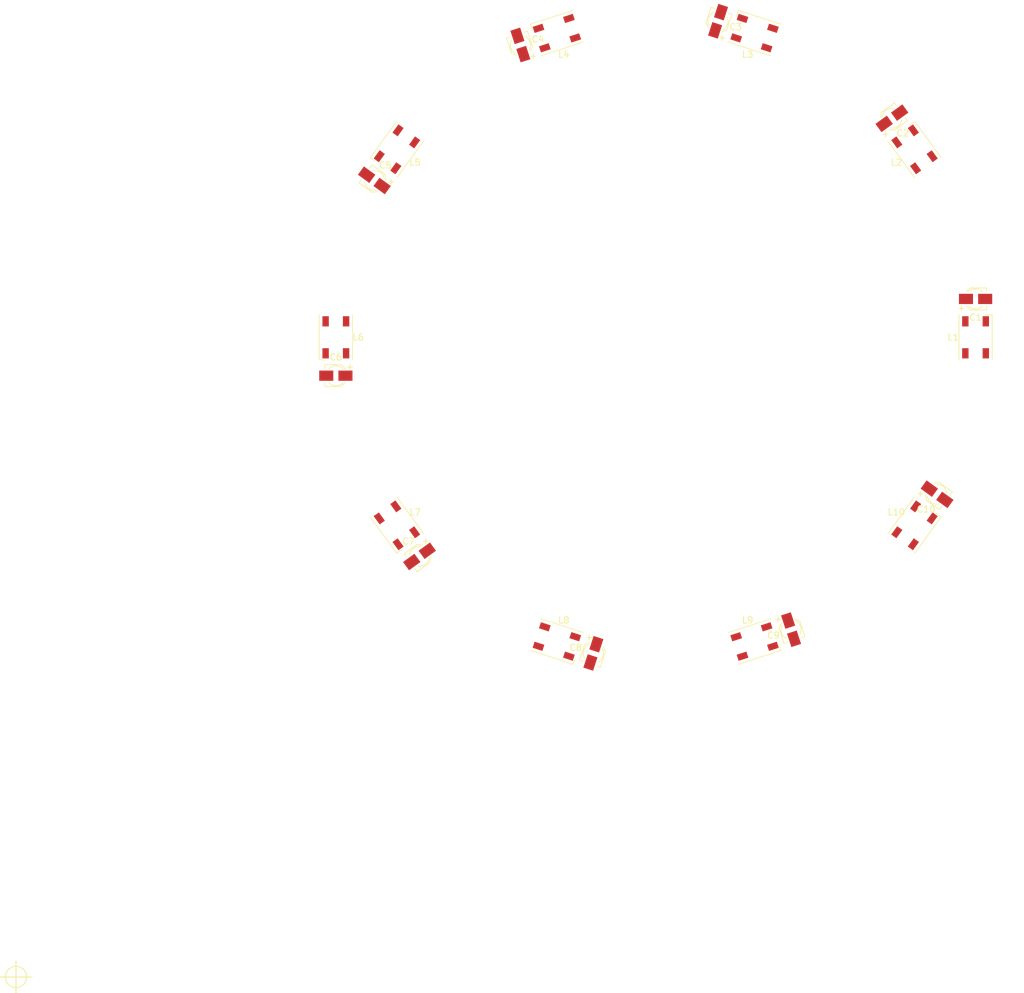
<source format=kicad_pcb>
(
kicad_pcb (version 4) (host pcbnew 4.0.4-stable)

  (general
    (links 0)
    (no_connects 0)
    (area 0 0 0 0)
    (thickness 1.6)
    (drawings 0)
    (tracks 0)
    (zones 0)
    (modules 1)
    (nets 1)
  )

  (page A4)
  (layers
    (0 F.Cu signal)
    (31 B.Cu signal)
    (32 B.Adhes user)
    (33 F.Adhes user)
    (34 B.Paste user)
    (35 F.Paste user)
    (36 B.SilkS user)
    (37 F.SilkS user)
    (38 B.Mask user)
    (39 F.Mask user)
    (40 Dwgs.User user)
    (41 Cmts.User user)
    (42 Eco1.User user)
    (43 Eco2.User user)
    (44 Edge.Cuts user)
    (45 Margin user)
    (46 B.CrtYd user)
    (47 F.CrtYd user)
    (48 B.Fab user)
    (49 F.Fab user)
  )

  (setup
    (last_trace_width 0.25)
    (trace_clearance 0.2)
    (zone_clearance 0.508)
    (zone_45_only no)
    (trace_min 0.2)
    (segment_width 0.2)
    (edge_width 0.15)
    (via_size 0.6)
    (via_drill 0.4)
    (via_min_size 0.4)
    (via_min_drill 0.3)
    (uvia_size 0.3)
    (uvia_drill 0.1)
    (uvias_allowed no)
    (uvia_min_size 0.2)
    (uvia_min_drill 0.1)
    (pcb_text_width 0.3)
    (pcb_text_size 1.5 1.5)
    (mod_edge_width 0.15)
    (mod_text_size 1 1)
    (mod_text_width 0.15)
    (pad_size 1.524 1.524)
    (pad_drill 0.762)
    (pad_to_mask_clearance 0.2)
    (aux_axis_origin 0 0)
    (visible_elements FFFFFF7F)
    (pcbplotparams
      (layerselection 0x00030_80000001)
      (usegerberextensions false)
      (excludeedgelayer true)
      (linewidth 0.100000)
      (plotframeref false)
      (viasonmask false)
      (mode 1)
      (useauxorigin false)
      (hpglpennumber 1)
      (hpglpenspeed 20)
      (hpglpendiameter 15)
      (hpglpenoverlay 2)
      (psnegative false)
      (psa4output false)
      (plotreference true)
      (plotvalue true)
      (plotinvisibletext false)
      (padsonsilk false)
      (subtractmaskfromsilk false)
      (outputformat 1)
      (mirror false)
      (drillshape 1)
      (scaleselection 1)
      (outputdirectory ""))
  )

  (net 0 "")

  (net_class Default "This is the default net class."
    (clearance 0.25)
    (trace_width 0.25)
    (via_dia 0.6)
    (via_drill 0.4)
    (uvia_dia 0.3)
    (uvia_drill 0.1)
  )



  (target plus (at 0.0 190.0) (size 5) (width 0.15) (layer F.SilkS))
    (module LEDs:LED_WS2812B-PLCC4 (layer F.Cu) (tedit 587A6D9E) (tstamp 589982C0)
    (at 150.0 90.0 90.0)
    (descr http://www.world-semi.com/uploads/soft/150522/1-150522091P5.pdf)
    (tags "LED NeoPixel")
    (attr smd)
    (fp_text reference L1 (at 0 -3.5) (layer F.SilkS)
      (effects (font (size 1 1) (thickness 0.15)))
    )
    (fp_text value WS2812B (at 0 4) (layer F.Fab)
      (effects (font (size 1 1) (thickness 0.15)))
    )
    (fp_line (start 3.75 -2.85) (end -3.75 -2.85) (layer F.CrtYd) (width 0.05))
    (fp_line (start 3.75 2.85) (end 3.75 -2.85) (layer F.CrtYd) (width 0.05))
    (fp_line (start -3.75 2.85) (end 3.75 2.85) (layer F.CrtYd) (width 0.05))
    (fp_line (start -3.75 -2.85) (end -3.75 2.85) (layer F.CrtYd) (width 0.05))
    (fp_line (start 2.5 1.5) (end 1.5 2.5) (layer F.Fab) (width 0.1))
    (fp_line (start -2.5 -2.5) (end -2.5 2.5) (layer F.Fab) (width 0.1))
    (fp_line (start -2.5 2.5) (end 2.5 2.5) (layer F.Fab) (width 0.1))
    (fp_line (start 2.5 2.5) (end 2.5 -2.5) (layer F.Fab) (width 0.1))
    (fp_line (start 2.5 -2.5) (end -2.5 -2.5) (layer F.Fab) (width 0.1))
    (fp_line (start -3.5 -2.6) (end 3.5 -2.6) (layer F.SilkS) (width 0.12))
    (fp_line (start -3.5 2.6) (end 3.5 2.6) (layer F.SilkS) (width 0.12))
    (fp_line (start 3.5 2.6) (end 3.5 1.6) (layer F.SilkS) (width 0.12))
    (fp_circle (center 0 0) (end 0 -2) (layer F.Fab) (width 0.1))
    (pad 3 smd rect (at 2.5 1.6 90.0) (size 1.6 1) (layers F.Cu F.Paste F.Mask))
    (pad 4 smd rect (at 2.5 -1.6 90.0) (size 1.6 1) (layers F.Cu F.Paste F.Mask))
    (pad 2 smd rect (at -2.5 1.6 90.0) (size 1.6 1) (layers F.Cu F.Paste F.Mask))
    (pad 1 smd rect (at -2.5 -1.6 90.0) (size 1.6 1) (layers F.Cu F.Paste F.Mask))
    (model LEDs.3dshapes/LED_WS2812B-PLCC4.wrl
      (at (xyz 0 0 0))
      (scale (xyz 0.39 0.39 0.39))
      (rotate (xyz 0 0 180))
    )
  ) (module Capacitors_SMD:CP_Elec_3x5.3 (layer F.Cu) (tedit 57FA3E93) (tstamp 5899EACD)
    (at 150.0 84.0 360.0)
    (descr "SMT capacitor, aluminium electrolytic, 3x5.3")
    (attr smd)
    (fp_text reference C1 (at 0 2.8956 180) (layer F.SilkS)
      (effects (font (size 1 1) (thickness 0.15)))
    )
    (fp_text value 104nF (at -0.0254 -2.8956 180) (layer F.Fab)
      (effects (font (size 1 1) (thickness 0.15)))
    )
    (fp_line (start -1.5621 -0.7493) (end -1.5621 0.7747) (layer F.Fab) (width 0.1))
    (fp_line (start -0.7493 -1.5621) (end -1.5621 -0.7493) (layer F.Fab) (width 0.1))
    (fp_line (start -0.762 1.5748) (end -1.5621 0.7747) (layer F.Fab) (width 0.1))
    (fp_line (start 1.5748 1.5748) (end 1.5748 -1.5621) (layer F.Fab) (width 0.1))
    (fp_line (start 1.5621 1.5748) (end -0.762 1.5748) (layer F.Fab) (width 0.1))
    (fp_line (start 1.5748 -1.5621) (end -0.7493 -1.5621) (layer F.Fab) (width 0.1))
    (fp_line (start -0.8255 1.7272) (end -1.4351 1.1176) (layer F.SilkS) (width 0.12))
    (fp_line (start 1.7272 1.7272) (end 1.7272 1.1176) (layer F.SilkS) (width 0.12))
    (fp_line (start -0.8128 -1.7145) (end -1.4097 -1.1176) (layer F.SilkS) (width 0.12))
    (fp_line (start 1.7272 -1.7145) (end 1.7272 -1.1176) (layer F.SilkS) (width 0.12))
    (fp_text user + (at -0.9398 -0.0762 180) (layer F.Fab)
      (effects (font (size 1 1) (thickness 0.15)))
    )
    (fp_text user + (at -2.2225 1.397 180) (layer F.SilkS)
      (effects (font (size 1 1) (thickness 0.15)))
    )
    (fp_arc (start 0 0) (end -1.0922 -1.1176) (angle 88.7) (layer F.SilkS) (width 0.12))
    (fp_arc (start 0 0) (end 1.0922 1.1176) (angle 88.7) (layer F.SilkS) (width 0.12))
    (fp_line (start -2.8 2.05) (end 2.8 2.05) (layer F.CrtYd) (width 0.05))
    (fp_line (start 2.8 2.05) (end 2.8 -2.05) (layer F.CrtYd) (width 0.05))
    (fp_line (start 2.8 -2.05) (end -2.8 -2.05) (layer F.CrtYd) (width 0.05))
    (fp_line (start -2.8 -2.05) (end -2.8 2.05) (layer F.CrtYd) (width 0.05))
    (fp_line (start -0.8255 1.7272) (end 1.7145 1.7272) (layer F.SilkS) (width 0.12))
    (fp_line (start 1.7272 -1.7145) (end -0.8128 -1.7145) (layer F.SilkS) (width 0.12))
    (pad 2 smd rect (at 1.5 0 360.0) (size 2.2 1.6) (layers F.Cu F.Paste F.Mask))
    (pad 1 smd rect (at -1.5 0 360.0) (size 2.2 1.6) (layers F.Cu F.Paste F.Mask))
    (model Capacitors_SMD.3dshapes/CP_Elec_3x5.3.wrl
      (at (xyz 0 0 0))
      (scale (xyz 1 1 1))
      (rotate (xyz 0 0 180))
    )
  )    (module LEDs:LED_WS2812B-PLCC4 (layer F.Cu) (tedit 587A6D9E) (tstamp 589982C0)
    (at 140.45084971874738 60.61073738537635 126.0)
    (descr http://www.world-semi.com/uploads/soft/150522/1-150522091P5.pdf)
    (tags "LED NeoPixel")
    (attr smd)
    (fp_text reference L2 (at 0 -3.5) (layer F.SilkS)
      (effects (font (size 1 1) (thickness 0.15)))
    )
    (fp_text value WS2812B (at 0 4) (layer F.Fab)
      (effects (font (size 1 1) (thickness 0.15)))
    )
    (fp_line (start 3.75 -2.85) (end -3.75 -2.85) (layer F.CrtYd) (width 0.05))
    (fp_line (start 3.75 2.85) (end 3.75 -2.85) (layer F.CrtYd) (width 0.05))
    (fp_line (start -3.75 2.85) (end 3.75 2.85) (layer F.CrtYd) (width 0.05))
    (fp_line (start -3.75 -2.85) (end -3.75 2.85) (layer F.CrtYd) (width 0.05))
    (fp_line (start 2.5 1.5) (end 1.5 2.5) (layer F.Fab) (width 0.1))
    (fp_line (start -2.5 -2.5) (end -2.5 2.5) (layer F.Fab) (width 0.1))
    (fp_line (start -2.5 2.5) (end 2.5 2.5) (layer F.Fab) (width 0.1))
    (fp_line (start 2.5 2.5) (end 2.5 -2.5) (layer F.Fab) (width 0.1))
    (fp_line (start 2.5 -2.5) (end -2.5 -2.5) (layer F.Fab) (width 0.1))
    (fp_line (start -3.5 -2.6) (end 3.5 -2.6) (layer F.SilkS) (width 0.12))
    (fp_line (start -3.5 2.6) (end 3.5 2.6) (layer F.SilkS) (width 0.12))
    (fp_line (start 3.5 2.6) (end 3.5 1.6) (layer F.SilkS) (width 0.12))
    (fp_circle (center 0 0) (end 0 -2) (layer F.Fab) (width 0.1))
    (pad 3 smd rect (at 2.5 1.6 126.0) (size 1.6 1) (layers F.Cu F.Paste F.Mask))
    (pad 4 smd rect (at 2.5 -1.6 126.0) (size 1.6 1) (layers F.Cu F.Paste F.Mask))
    (pad 2 smd rect (at -2.5 1.6 126.0) (size 1.6 1) (layers F.Cu F.Paste F.Mask))
    (pad 1 smd rect (at -2.5 -1.6 126.0) (size 1.6 1) (layers F.Cu F.Paste F.Mask))
    (model LEDs.3dshapes/LED_WS2812B-PLCC4.wrl
      (at (xyz 0 0 0))
      (scale (xyz 0.39 0.39 0.39))
      (rotate (xyz 0 0 180))
    )
  ) (module Capacitors_SMD:CP_Elec_3x5.3 (layer F.Cu) (tedit 57FA3E93) (tstamp 5899EACD)
    (at 136.92413820499254 55.75663541912667 396.0)
    (descr "SMT capacitor, aluminium electrolytic, 3x5.3")
    (attr smd)
    (fp_text reference C2 (at 0 2.8956 180) (layer F.SilkS)
      (effects (font (size 1 1) (thickness 0.15)))
    )
    (fp_text value 104nF (at -0.0254 -2.8956 180) (layer F.Fab)
      (effects (font (size 1 1) (thickness 0.15)))
    )
    (fp_line (start -1.5621 -0.7493) (end -1.5621 0.7747) (layer F.Fab) (width 0.1))
    (fp_line (start -0.7493 -1.5621) (end -1.5621 -0.7493) (layer F.Fab) (width 0.1))
    (fp_line (start -0.762 1.5748) (end -1.5621 0.7747) (layer F.Fab) (width 0.1))
    (fp_line (start 1.5748 1.5748) (end 1.5748 -1.5621) (layer F.Fab) (width 0.1))
    (fp_line (start 1.5621 1.5748) (end -0.762 1.5748) (layer F.Fab) (width 0.1))
    (fp_line (start 1.5748 -1.5621) (end -0.7493 -1.5621) (layer F.Fab) (width 0.1))
    (fp_line (start -0.8255 1.7272) (end -1.4351 1.1176) (layer F.SilkS) (width 0.12))
    (fp_line (start 1.7272 1.7272) (end 1.7272 1.1176) (layer F.SilkS) (width 0.12))
    (fp_line (start -0.8128 -1.7145) (end -1.4097 -1.1176) (layer F.SilkS) (width 0.12))
    (fp_line (start 1.7272 -1.7145) (end 1.7272 -1.1176) (layer F.SilkS) (width 0.12))
    (fp_text user + (at -0.9398 -0.0762 180) (layer F.Fab)
      (effects (font (size 1 1) (thickness 0.15)))
    )
    (fp_text user + (at -2.2225 1.397 180) (layer F.SilkS)
      (effects (font (size 1 1) (thickness 0.15)))
    )
    (fp_arc (start 0 0) (end -1.0922 -1.1176) (angle 88.7) (layer F.SilkS) (width 0.12))
    (fp_arc (start 0 0) (end 1.0922 1.1176) (angle 88.7) (layer F.SilkS) (width 0.12))
    (fp_line (start -2.8 2.05) (end 2.8 2.05) (layer F.CrtYd) (width 0.05))
    (fp_line (start 2.8 2.05) (end 2.8 -2.05) (layer F.CrtYd) (width 0.05))
    (fp_line (start 2.8 -2.05) (end -2.8 -2.05) (layer F.CrtYd) (width 0.05))
    (fp_line (start -2.8 -2.05) (end -2.8 2.05) (layer F.CrtYd) (width 0.05))
    (fp_line (start -0.8255 1.7272) (end 1.7145 1.7272) (layer F.SilkS) (width 0.12))
    (fp_line (start 1.7272 -1.7145) (end -0.8128 -1.7145) (layer F.SilkS) (width 0.12))
    (pad 2 smd rect (at 1.5 0 396.0) (size 2.2 1.6) (layers F.Cu F.Paste F.Mask))
    (pad 1 smd rect (at -1.5 0 396.0) (size 2.2 1.6) (layers F.Cu F.Paste F.Mask))
    (model Capacitors_SMD.3dshapes/CP_Elec_3x5.3.wrl
      (at (xyz 0 0 0))
      (scale (xyz 1 1 1))
      (rotate (xyz 0 0 180))
    )
  )    (module LEDs:LED_WS2812B-PLCC4 (layer F.Cu) (tedit 587A6D9E) (tstamp 589982C0)
    (at 115.45084971874738 42.44717418524232 162.0)
    (descr http://www.world-semi.com/uploads/soft/150522/1-150522091P5.pdf)
    (tags "LED NeoPixel")
    (attr smd)
    (fp_text reference L3 (at 0 -3.5) (layer F.SilkS)
      (effects (font (size 1 1) (thickness 0.15)))
    )
    (fp_text value WS2812B (at 0 4) (layer F.Fab)
      (effects (font (size 1 1) (thickness 0.15)))
    )
    (fp_line (start 3.75 -2.85) (end -3.75 -2.85) (layer F.CrtYd) (width 0.05))
    (fp_line (start 3.75 2.85) (end 3.75 -2.85) (layer F.CrtYd) (width 0.05))
    (fp_line (start -3.75 2.85) (end 3.75 2.85) (layer F.CrtYd) (width 0.05))
    (fp_line (start -3.75 -2.85) (end -3.75 2.85) (layer F.CrtYd) (width 0.05))
    (fp_line (start 2.5 1.5) (end 1.5 2.5) (layer F.Fab) (width 0.1))
    (fp_line (start -2.5 -2.5) (end -2.5 2.5) (layer F.Fab) (width 0.1))
    (fp_line (start -2.5 2.5) (end 2.5 2.5) (layer F.Fab) (width 0.1))
    (fp_line (start 2.5 2.5) (end 2.5 -2.5) (layer F.Fab) (width 0.1))
    (fp_line (start 2.5 -2.5) (end -2.5 -2.5) (layer F.Fab) (width 0.1))
    (fp_line (start -3.5 -2.6) (end 3.5 -2.6) (layer F.SilkS) (width 0.12))
    (fp_line (start -3.5 2.6) (end 3.5 2.6) (layer F.SilkS) (width 0.12))
    (fp_line (start 3.5 2.6) (end 3.5 1.6) (layer F.SilkS) (width 0.12))
    (fp_circle (center 0 0) (end 0 -2) (layer F.Fab) (width 0.1))
    (pad 3 smd rect (at 2.5 1.6 162.0) (size 1.6 1) (layers F.Cu F.Paste F.Mask))
    (pad 4 smd rect (at 2.5 -1.6 162.0) (size 1.6 1) (layers F.Cu F.Paste F.Mask))
    (pad 2 smd rect (at -2.5 1.6 162.0) (size 1.6 1) (layers F.Cu F.Paste F.Mask))
    (pad 1 smd rect (at -2.5 -1.6 162.0) (size 1.6 1) (layers F.Cu F.Paste F.Mask))
    (model LEDs.3dshapes/LED_WS2812B-PLCC4.wrl
      (at (xyz 0 0 0))
      (scale (xyz 0.39 0.39 0.39))
      (rotate (xyz 0 0 180))
    )
  ) (module Capacitors_SMD:CP_Elec_3x5.3 (layer F.Cu) (tedit 57FA3E93) (tstamp 5899EACD)
    (at 109.74451062097646 40.59307221899263 432.0)
    (descr "SMT capacitor, aluminium electrolytic, 3x5.3")
    (attr smd)
    (fp_text reference C3 (at 0 2.8956 180) (layer F.SilkS)
      (effects (font (size 1 1) (thickness 0.15)))
    )
    (fp_text value 104nF (at -0.0254 -2.8956 180) (layer F.Fab)
      (effects (font (size 1 1) (thickness 0.15)))
    )
    (fp_line (start -1.5621 -0.7493) (end -1.5621 0.7747) (layer F.Fab) (width 0.1))
    (fp_line (start -0.7493 -1.5621) (end -1.5621 -0.7493) (layer F.Fab) (width 0.1))
    (fp_line (start -0.762 1.5748) (end -1.5621 0.7747) (layer F.Fab) (width 0.1))
    (fp_line (start 1.5748 1.5748) (end 1.5748 -1.5621) (layer F.Fab) (width 0.1))
    (fp_line (start 1.5621 1.5748) (end -0.762 1.5748) (layer F.Fab) (width 0.1))
    (fp_line (start 1.5748 -1.5621) (end -0.7493 -1.5621) (layer F.Fab) (width 0.1))
    (fp_line (start -0.8255 1.7272) (end -1.4351 1.1176) (layer F.SilkS) (width 0.12))
    (fp_line (start 1.7272 1.7272) (end 1.7272 1.1176) (layer F.SilkS) (width 0.12))
    (fp_line (start -0.8128 -1.7145) (end -1.4097 -1.1176) (layer F.SilkS) (width 0.12))
    (fp_line (start 1.7272 -1.7145) (end 1.7272 -1.1176) (layer F.SilkS) (width 0.12))
    (fp_text user + (at -0.9398 -0.0762 180) (layer F.Fab)
      (effects (font (size 1 1) (thickness 0.15)))
    )
    (fp_text user + (at -2.2225 1.397 180) (layer F.SilkS)
      (effects (font (size 1 1) (thickness 0.15)))
    )
    (fp_arc (start 0 0) (end -1.0922 -1.1176) (angle 88.7) (layer F.SilkS) (width 0.12))
    (fp_arc (start 0 0) (end 1.0922 1.1176) (angle 88.7) (layer F.SilkS) (width 0.12))
    (fp_line (start -2.8 2.05) (end 2.8 2.05) (layer F.CrtYd) (width 0.05))
    (fp_line (start 2.8 2.05) (end 2.8 -2.05) (layer F.CrtYd) (width 0.05))
    (fp_line (start 2.8 -2.05) (end -2.8 -2.05) (layer F.CrtYd) (width 0.05))
    (fp_line (start -2.8 -2.05) (end -2.8 2.05) (layer F.CrtYd) (width 0.05))
    (fp_line (start -0.8255 1.7272) (end 1.7145 1.7272) (layer F.SilkS) (width 0.12))
    (fp_line (start 1.7272 -1.7145) (end -0.8128 -1.7145) (layer F.SilkS) (width 0.12))
    (pad 2 smd rect (at 1.5 0 432.0) (size 2.2 1.6) (layers F.Cu F.Paste F.Mask))
    (pad 1 smd rect (at -1.5 0 432.0) (size 2.2 1.6) (layers F.Cu F.Paste F.Mask))
    (model Capacitors_SMD.3dshapes/CP_Elec_3x5.3.wrl
      (at (xyz 0 0 0))
      (scale (xyz 1 1 1))
      (rotate (xyz 0 0 180))
    )
  )    (module LEDs:LED_WS2812B-PLCC4 (layer F.Cu) (tedit 587A6D9E) (tstamp 589982C0)
    (at 84.54915028125264 42.44717418524232 198.0)
    (descr http://www.world-semi.com/uploads/soft/150522/1-150522091P5.pdf)
    (tags "LED NeoPixel")
    (attr smd)
    (fp_text reference L4 (at 0 -3.5) (layer F.SilkS)
      (effects (font (size 1 1) (thickness 0.15)))
    )
    (fp_text value WS2812B (at 0 4) (layer F.Fab)
      (effects (font (size 1 1) (thickness 0.15)))
    )
    (fp_line (start 3.75 -2.85) (end -3.75 -2.85) (layer F.CrtYd) (width 0.05))
    (fp_line (start 3.75 2.85) (end 3.75 -2.85) (layer F.CrtYd) (width 0.05))
    (fp_line (start -3.75 2.85) (end 3.75 2.85) (layer F.CrtYd) (width 0.05))
    (fp_line (start -3.75 -2.85) (end -3.75 2.85) (layer F.CrtYd) (width 0.05))
    (fp_line (start 2.5 1.5) (end 1.5 2.5) (layer F.Fab) (width 0.1))
    (fp_line (start -2.5 -2.5) (end -2.5 2.5) (layer F.Fab) (width 0.1))
    (fp_line (start -2.5 2.5) (end 2.5 2.5) (layer F.Fab) (width 0.1))
    (fp_line (start 2.5 2.5) (end 2.5 -2.5) (layer F.Fab) (width 0.1))
    (fp_line (start 2.5 -2.5) (end -2.5 -2.5) (layer F.Fab) (width 0.1))
    (fp_line (start -3.5 -2.6) (end 3.5 -2.6) (layer F.SilkS) (width 0.12))
    (fp_line (start -3.5 2.6) (end 3.5 2.6) (layer F.SilkS) (width 0.12))
    (fp_line (start 3.5 2.6) (end 3.5 1.6) (layer F.SilkS) (width 0.12))
    (fp_circle (center 0 0) (end 0 -2) (layer F.Fab) (width 0.1))
    (pad 3 smd rect (at 2.5 1.6 198.0) (size 1.6 1) (layers F.Cu F.Paste F.Mask))
    (pad 4 smd rect (at 2.5 -1.6 198.0) (size 1.6 1) (layers F.Cu F.Paste F.Mask))
    (pad 2 smd rect (at -2.5 1.6 198.0) (size 1.6 1) (layers F.Cu F.Paste F.Mask))
    (pad 1 smd rect (at -2.5 -1.6 198.0) (size 1.6 1) (layers F.Cu F.Paste F.Mask))
    (model LEDs.3dshapes/LED_WS2812B-PLCC4.wrl
      (at (xyz 0 0 0))
      (scale (xyz 0.39 0.39 0.39))
      (rotate (xyz 0 0 180))
    )
  ) (module Capacitors_SMD:CP_Elec_3x5.3 (layer F.Cu) (tedit 57FA3E93) (tstamp 5899EACD)
    (at 78.84281118348171 44.301276151492004 468.0)
    (descr "SMT capacitor, aluminium electrolytic, 3x5.3")
    (attr smd)
    (fp_text reference C4 (at 0 2.8956 180) (layer F.SilkS)
      (effects (font (size 1 1) (thickness 0.15)))
    )
    (fp_text value 104nF (at -0.0254 -2.8956 180) (layer F.Fab)
      (effects (font (size 1 1) (thickness 0.15)))
    )
    (fp_line (start -1.5621 -0.7493) (end -1.5621 0.7747) (layer F.Fab) (width 0.1))
    (fp_line (start -0.7493 -1.5621) (end -1.5621 -0.7493) (layer F.Fab) (width 0.1))
    (fp_line (start -0.762 1.5748) (end -1.5621 0.7747) (layer F.Fab) (width 0.1))
    (fp_line (start 1.5748 1.5748) (end 1.5748 -1.5621) (layer F.Fab) (width 0.1))
    (fp_line (start 1.5621 1.5748) (end -0.762 1.5748) (layer F.Fab) (width 0.1))
    (fp_line (start 1.5748 -1.5621) (end -0.7493 -1.5621) (layer F.Fab) (width 0.1))
    (fp_line (start -0.8255 1.7272) (end -1.4351 1.1176) (layer F.SilkS) (width 0.12))
    (fp_line (start 1.7272 1.7272) (end 1.7272 1.1176) (layer F.SilkS) (width 0.12))
    (fp_line (start -0.8128 -1.7145) (end -1.4097 -1.1176) (layer F.SilkS) (width 0.12))
    (fp_line (start 1.7272 -1.7145) (end 1.7272 -1.1176) (layer F.SilkS) (width 0.12))
    (fp_text user + (at -0.9398 -0.0762 180) (layer F.Fab)
      (effects (font (size 1 1) (thickness 0.15)))
    )
    (fp_text user + (at -2.2225 1.397 180) (layer F.SilkS)
      (effects (font (size 1 1) (thickness 0.15)))
    )
    (fp_arc (start 0 0) (end -1.0922 -1.1176) (angle 88.7) (layer F.SilkS) (width 0.12))
    (fp_arc (start 0 0) (end 1.0922 1.1176) (angle 88.7) (layer F.SilkS) (width 0.12))
    (fp_line (start -2.8 2.05) (end 2.8 2.05) (layer F.CrtYd) (width 0.05))
    (fp_line (start 2.8 2.05) (end 2.8 -2.05) (layer F.CrtYd) (width 0.05))
    (fp_line (start 2.8 -2.05) (end -2.8 -2.05) (layer F.CrtYd) (width 0.05))
    (fp_line (start -2.8 -2.05) (end -2.8 2.05) (layer F.CrtYd) (width 0.05))
    (fp_line (start -0.8255 1.7272) (end 1.7145 1.7272) (layer F.SilkS) (width 0.12))
    (fp_line (start 1.7272 -1.7145) (end -0.8128 -1.7145) (layer F.SilkS) (width 0.12))
    (pad 2 smd rect (at 1.5 0 468.0) (size 2.2 1.6) (layers F.Cu F.Paste F.Mask))
    (pad 1 smd rect (at -1.5 0 468.0) (size 2.2 1.6) (layers F.Cu F.Paste F.Mask))
    (model Capacitors_SMD.3dshapes/CP_Elec_3x5.3.wrl
      (at (xyz 0 0 0))
      (scale (xyz 1 1 1))
      (rotate (xyz 0 0 180))
    )
  )    (module LEDs:LED_WS2812B-PLCC4 (layer F.Cu) (tedit 587A6D9E) (tstamp 589982C0)
    (at 59.549150281252636 60.61073738537635 234.0)
    (descr http://www.world-semi.com/uploads/soft/150522/1-150522091P5.pdf)
    (tags "LED NeoPixel")
    (attr smd)
    (fp_text reference L5 (at 0 -3.5) (layer F.SilkS)
      (effects (font (size 1 1) (thickness 0.15)))
    )
    (fp_text value WS2812B (at 0 4) (layer F.Fab)
      (effects (font (size 1 1) (thickness 0.15)))
    )
    (fp_line (start 3.75 -2.85) (end -3.75 -2.85) (layer F.CrtYd) (width 0.05))
    (fp_line (start 3.75 2.85) (end 3.75 -2.85) (layer F.CrtYd) (width 0.05))
    (fp_line (start -3.75 2.85) (end 3.75 2.85) (layer F.CrtYd) (width 0.05))
    (fp_line (start -3.75 -2.85) (end -3.75 2.85) (layer F.CrtYd) (width 0.05))
    (fp_line (start 2.5 1.5) (end 1.5 2.5) (layer F.Fab) (width 0.1))
    (fp_line (start -2.5 -2.5) (end -2.5 2.5) (layer F.Fab) (width 0.1))
    (fp_line (start -2.5 2.5) (end 2.5 2.5) (layer F.Fab) (width 0.1))
    (fp_line (start 2.5 2.5) (end 2.5 -2.5) (layer F.Fab) (width 0.1))
    (fp_line (start 2.5 -2.5) (end -2.5 -2.5) (layer F.Fab) (width 0.1))
    (fp_line (start -3.5 -2.6) (end 3.5 -2.6) (layer F.SilkS) (width 0.12))
    (fp_line (start -3.5 2.6) (end 3.5 2.6) (layer F.SilkS) (width 0.12))
    (fp_line (start 3.5 2.6) (end 3.5 1.6) (layer F.SilkS) (width 0.12))
    (fp_circle (center 0 0) (end 0 -2) (layer F.Fab) (width 0.1))
    (pad 3 smd rect (at 2.5 1.6 234.0) (size 1.6 1) (layers F.Cu F.Paste F.Mask))
    (pad 4 smd rect (at 2.5 -1.6 234.0) (size 1.6 1) (layers F.Cu F.Paste F.Mask))
    (pad 2 smd rect (at -2.5 1.6 234.0) (size 1.6 1) (layers F.Cu F.Paste F.Mask))
    (pad 1 smd rect (at -2.5 -1.6 234.0) (size 1.6 1) (layers F.Cu F.Paste F.Mask))
    (model LEDs.3dshapes/LED_WS2812B-PLCC4.wrl
      (at (xyz 0 0 0))
      (scale (xyz 0.39 0.39 0.39))
      (rotate (xyz 0 0 180))
    )
  ) (module Capacitors_SMD:CP_Elec_3x5.3 (layer F.Cu) (tedit 57FA3E93) (tstamp 5899EACD)
    (at 56.022438767497796 65.46483935162604 504.0)
    (descr "SMT capacitor, aluminium electrolytic, 3x5.3")
    (attr smd)
    (fp_text reference C5 (at 0 2.8956 180) (layer F.SilkS)
      (effects (font (size 1 1) (thickness 0.15)))
    )
    (fp_text value 104nF (at -0.0254 -2.8956 180) (layer F.Fab)
      (effects (font (size 1 1) (thickness 0.15)))
    )
    (fp_line (start -1.5621 -0.7493) (end -1.5621 0.7747) (layer F.Fab) (width 0.1))
    (fp_line (start -0.7493 -1.5621) (end -1.5621 -0.7493) (layer F.Fab) (width 0.1))
    (fp_line (start -0.762 1.5748) (end -1.5621 0.7747) (layer F.Fab) (width 0.1))
    (fp_line (start 1.5748 1.5748) (end 1.5748 -1.5621) (layer F.Fab) (width 0.1))
    (fp_line (start 1.5621 1.5748) (end -0.762 1.5748) (layer F.Fab) (width 0.1))
    (fp_line (start 1.5748 -1.5621) (end -0.7493 -1.5621) (layer F.Fab) (width 0.1))
    (fp_line (start -0.8255 1.7272) (end -1.4351 1.1176) (layer F.SilkS) (width 0.12))
    (fp_line (start 1.7272 1.7272) (end 1.7272 1.1176) (layer F.SilkS) (width 0.12))
    (fp_line (start -0.8128 -1.7145) (end -1.4097 -1.1176) (layer F.SilkS) (width 0.12))
    (fp_line (start 1.7272 -1.7145) (end 1.7272 -1.1176) (layer F.SilkS) (width 0.12))
    (fp_text user + (at -0.9398 -0.0762 180) (layer F.Fab)
      (effects (font (size 1 1) (thickness 0.15)))
    )
    (fp_text user + (at -2.2225 1.397 180) (layer F.SilkS)
      (effects (font (size 1 1) (thickness 0.15)))
    )
    (fp_arc (start 0 0) (end -1.0922 -1.1176) (angle 88.7) (layer F.SilkS) (width 0.12))
    (fp_arc (start 0 0) (end 1.0922 1.1176) (angle 88.7) (layer F.SilkS) (width 0.12))
    (fp_line (start -2.8 2.05) (end 2.8 2.05) (layer F.CrtYd) (width 0.05))
    (fp_line (start 2.8 2.05) (end 2.8 -2.05) (layer F.CrtYd) (width 0.05))
    (fp_line (start 2.8 -2.05) (end -2.8 -2.05) (layer F.CrtYd) (width 0.05))
    (fp_line (start -2.8 -2.05) (end -2.8 2.05) (layer F.CrtYd) (width 0.05))
    (fp_line (start -0.8255 1.7272) (end 1.7145 1.7272) (layer F.SilkS) (width 0.12))
    (fp_line (start 1.7272 -1.7145) (end -0.8128 -1.7145) (layer F.SilkS) (width 0.12))
    (pad 2 smd rect (at 1.5 0 504.0) (size 2.2 1.6) (layers F.Cu F.Paste F.Mask))
    (pad 1 smd rect (at -1.5 0 504.0) (size 2.2 1.6) (layers F.Cu F.Paste F.Mask))
    (model Capacitors_SMD.3dshapes/CP_Elec_3x5.3.wrl
      (at (xyz 0 0 0))
      (scale (xyz 1 1 1))
      (rotate (xyz 0 0 180))
    )
  )    (module LEDs:LED_WS2812B-PLCC4 (layer F.Cu) (tedit 587A6D9E) (tstamp 589982C0)
    (at 50.0 90.0 270.0)
    (descr http://www.world-semi.com/uploads/soft/150522/1-150522091P5.pdf)
    (tags "LED NeoPixel")
    (attr smd)
    (fp_text reference L6 (at 0 -3.5) (layer F.SilkS)
      (effects (font (size 1 1) (thickness 0.15)))
    )
    (fp_text value WS2812B (at 0 4) (layer F.Fab)
      (effects (font (size 1 1) (thickness 0.15)))
    )
    (fp_line (start 3.75 -2.85) (end -3.75 -2.85) (layer F.CrtYd) (width 0.05))
    (fp_line (start 3.75 2.85) (end 3.75 -2.85) (layer F.CrtYd) (width 0.05))
    (fp_line (start -3.75 2.85) (end 3.75 2.85) (layer F.CrtYd) (width 0.05))
    (fp_line (start -3.75 -2.85) (end -3.75 2.85) (layer F.CrtYd) (width 0.05))
    (fp_line (start 2.5 1.5) (end 1.5 2.5) (layer F.Fab) (width 0.1))
    (fp_line (start -2.5 -2.5) (end -2.5 2.5) (layer F.Fab) (width 0.1))
    (fp_line (start -2.5 2.5) (end 2.5 2.5) (layer F.Fab) (width 0.1))
    (fp_line (start 2.5 2.5) (end 2.5 -2.5) (layer F.Fab) (width 0.1))
    (fp_line (start 2.5 -2.5) (end -2.5 -2.5) (layer F.Fab) (width 0.1))
    (fp_line (start -3.5 -2.6) (end 3.5 -2.6) (layer F.SilkS) (width 0.12))
    (fp_line (start -3.5 2.6) (end 3.5 2.6) (layer F.SilkS) (width 0.12))
    (fp_line (start 3.5 2.6) (end 3.5 1.6) (layer F.SilkS) (width 0.12))
    (fp_circle (center 0 0) (end 0 -2) (layer F.Fab) (width 0.1))
    (pad 3 smd rect (at 2.5 1.6 270.0) (size 1.6 1) (layers F.Cu F.Paste F.Mask))
    (pad 4 smd rect (at 2.5 -1.6 270.0) (size 1.6 1) (layers F.Cu F.Paste F.Mask))
    (pad 2 smd rect (at -2.5 1.6 270.0) (size 1.6 1) (layers F.Cu F.Paste F.Mask))
    (pad 1 smd rect (at -2.5 -1.6 270.0) (size 1.6 1) (layers F.Cu F.Paste F.Mask))
    (model LEDs.3dshapes/LED_WS2812B-PLCC4.wrl
      (at (xyz 0 0 0))
      (scale (xyz 0.39 0.39 0.39))
      (rotate (xyz 0 0 180))
    )
  ) (module Capacitors_SMD:CP_Elec_3x5.3 (layer F.Cu) (tedit 57FA3E93) (tstamp 5899EACD)
    (at 50.0 96.0 540.0)
    (descr "SMT capacitor, aluminium electrolytic, 3x5.3")
    (attr smd)
    (fp_text reference C6 (at 0 2.8956 180) (layer F.SilkS)
      (effects (font (size 1 1) (thickness 0.15)))
    )
    (fp_text value 104nF (at -0.0254 -2.8956 180) (layer F.Fab)
      (effects (font (size 1 1) (thickness 0.15)))
    )
    (fp_line (start -1.5621 -0.7493) (end -1.5621 0.7747) (layer F.Fab) (width 0.1))
    (fp_line (start -0.7493 -1.5621) (end -1.5621 -0.7493) (layer F.Fab) (width 0.1))
    (fp_line (start -0.762 1.5748) (end -1.5621 0.7747) (layer F.Fab) (width 0.1))
    (fp_line (start 1.5748 1.5748) (end 1.5748 -1.5621) (layer F.Fab) (width 0.1))
    (fp_line (start 1.5621 1.5748) (end -0.762 1.5748) (layer F.Fab) (width 0.1))
    (fp_line (start 1.5748 -1.5621) (end -0.7493 -1.5621) (layer F.Fab) (width 0.1))
    (fp_line (start -0.8255 1.7272) (end -1.4351 1.1176) (layer F.SilkS) (width 0.12))
    (fp_line (start 1.7272 1.7272) (end 1.7272 1.1176) (layer F.SilkS) (width 0.12))
    (fp_line (start -0.8128 -1.7145) (end -1.4097 -1.1176) (layer F.SilkS) (width 0.12))
    (fp_line (start 1.7272 -1.7145) (end 1.7272 -1.1176) (layer F.SilkS) (width 0.12))
    (fp_text user + (at -0.9398 -0.0762 180) (layer F.Fab)
      (effects (font (size 1 1) (thickness 0.15)))
    )
    (fp_text user + (at -2.2225 1.397 180) (layer F.SilkS)
      (effects (font (size 1 1) (thickness 0.15)))
    )
    (fp_arc (start 0 0) (end -1.0922 -1.1176) (angle 88.7) (layer F.SilkS) (width 0.12))
    (fp_arc (start 0 0) (end 1.0922 1.1176) (angle 88.7) (layer F.SilkS) (width 0.12))
    (fp_line (start -2.8 2.05) (end 2.8 2.05) (layer F.CrtYd) (width 0.05))
    (fp_line (start 2.8 2.05) (end 2.8 -2.05) (layer F.CrtYd) (width 0.05))
    (fp_line (start 2.8 -2.05) (end -2.8 -2.05) (layer F.CrtYd) (width 0.05))
    (fp_line (start -2.8 -2.05) (end -2.8 2.05) (layer F.CrtYd) (width 0.05))
    (fp_line (start -0.8255 1.7272) (end 1.7145 1.7272) (layer F.SilkS) (width 0.12))
    (fp_line (start 1.7272 -1.7145) (end -0.8128 -1.7145) (layer F.SilkS) (width 0.12))
    (pad 2 smd rect (at 1.5 0 540.0) (size 2.2 1.6) (layers F.Cu F.Paste F.Mask))
    (pad 1 smd rect (at -1.5 0 540.0) (size 2.2 1.6) (layers F.Cu F.Paste F.Mask))
    (model Capacitors_SMD.3dshapes/CP_Elec_3x5.3.wrl
      (at (xyz 0 0 0))
      (scale (xyz 1 1 1))
      (rotate (xyz 0 0 180))
    )
  )    (module LEDs:LED_WS2812B-PLCC4 (layer F.Cu) (tedit 587A6D9E) (tstamp 589982C0)
    (at 59.54915028125262 119.38926261462365 306.0)
    (descr http://www.world-semi.com/uploads/soft/150522/1-150522091P5.pdf)
    (tags "LED NeoPixel")
    (attr smd)
    (fp_text reference L7 (at 0 -3.5) (layer F.SilkS)
      (effects (font (size 1 1) (thickness 0.15)))
    )
    (fp_text value WS2812B (at 0 4) (layer F.Fab)
      (effects (font (size 1 1) (thickness 0.15)))
    )
    (fp_line (start 3.75 -2.85) (end -3.75 -2.85) (layer F.CrtYd) (width 0.05))
    (fp_line (start 3.75 2.85) (end 3.75 -2.85) (layer F.CrtYd) (width 0.05))
    (fp_line (start -3.75 2.85) (end 3.75 2.85) (layer F.CrtYd) (width 0.05))
    (fp_line (start -3.75 -2.85) (end -3.75 2.85) (layer F.CrtYd) (width 0.05))
    (fp_line (start 2.5 1.5) (end 1.5 2.5) (layer F.Fab) (width 0.1))
    (fp_line (start -2.5 -2.5) (end -2.5 2.5) (layer F.Fab) (width 0.1))
    (fp_line (start -2.5 2.5) (end 2.5 2.5) (layer F.Fab) (width 0.1))
    (fp_line (start 2.5 2.5) (end 2.5 -2.5) (layer F.Fab) (width 0.1))
    (fp_line (start 2.5 -2.5) (end -2.5 -2.5) (layer F.Fab) (width 0.1))
    (fp_line (start -3.5 -2.6) (end 3.5 -2.6) (layer F.SilkS) (width 0.12))
    (fp_line (start -3.5 2.6) (end 3.5 2.6) (layer F.SilkS) (width 0.12))
    (fp_line (start 3.5 2.6) (end 3.5 1.6) (layer F.SilkS) (width 0.12))
    (fp_circle (center 0 0) (end 0 -2) (layer F.Fab) (width 0.1))
    (pad 3 smd rect (at 2.5 1.6 306.0) (size 1.6 1) (layers F.Cu F.Paste F.Mask))
    (pad 4 smd rect (at 2.5 -1.6 306.0) (size 1.6 1) (layers F.Cu F.Paste F.Mask))
    (pad 2 smd rect (at -2.5 1.6 306.0) (size 1.6 1) (layers F.Cu F.Paste F.Mask))
    (pad 1 smd rect (at -2.5 -1.6 306.0) (size 1.6 1) (layers F.Cu F.Paste F.Mask))
    (model LEDs.3dshapes/LED_WS2812B-PLCC4.wrl
      (at (xyz 0 0 0))
      (scale (xyz 0.39 0.39 0.39))
      (rotate (xyz 0 0 180))
    )
  ) (module Capacitors_SMD:CP_Elec_3x5.3 (layer F.Cu) (tedit 57FA3E93) (tstamp 5899EACD)
    (at 63.07586179500746 124.24336458087333 576.0)
    (descr "SMT capacitor, aluminium electrolytic, 3x5.3")
    (attr smd)
    (fp_text reference C7 (at 0 2.8956 180) (layer F.SilkS)
      (effects (font (size 1 1) (thickness 0.15)))
    )
    (fp_text value 104nF (at -0.0254 -2.8956 180) (layer F.Fab)
      (effects (font (size 1 1) (thickness 0.15)))
    )
    (fp_line (start -1.5621 -0.7493) (end -1.5621 0.7747) (layer F.Fab) (width 0.1))
    (fp_line (start -0.7493 -1.5621) (end -1.5621 -0.7493) (layer F.Fab) (width 0.1))
    (fp_line (start -0.762 1.5748) (end -1.5621 0.7747) (layer F.Fab) (width 0.1))
    (fp_line (start 1.5748 1.5748) (end 1.5748 -1.5621) (layer F.Fab) (width 0.1))
    (fp_line (start 1.5621 1.5748) (end -0.762 1.5748) (layer F.Fab) (width 0.1))
    (fp_line (start 1.5748 -1.5621) (end -0.7493 -1.5621) (layer F.Fab) (width 0.1))
    (fp_line (start -0.8255 1.7272) (end -1.4351 1.1176) (layer F.SilkS) (width 0.12))
    (fp_line (start 1.7272 1.7272) (end 1.7272 1.1176) (layer F.SilkS) (width 0.12))
    (fp_line (start -0.8128 -1.7145) (end -1.4097 -1.1176) (layer F.SilkS) (width 0.12))
    (fp_line (start 1.7272 -1.7145) (end 1.7272 -1.1176) (layer F.SilkS) (width 0.12))
    (fp_text user + (at -0.9398 -0.0762 180) (layer F.Fab)
      (effects (font (size 1 1) (thickness 0.15)))
    )
    (fp_text user + (at -2.2225 1.397 180) (layer F.SilkS)
      (effects (font (size 1 1) (thickness 0.15)))
    )
    (fp_arc (start 0 0) (end -1.0922 -1.1176) (angle 88.7) (layer F.SilkS) (width 0.12))
    (fp_arc (start 0 0) (end 1.0922 1.1176) (angle 88.7) (layer F.SilkS) (width 0.12))
    (fp_line (start -2.8 2.05) (end 2.8 2.05) (layer F.CrtYd) (width 0.05))
    (fp_line (start 2.8 2.05) (end 2.8 -2.05) (layer F.CrtYd) (width 0.05))
    (fp_line (start 2.8 -2.05) (end -2.8 -2.05) (layer F.CrtYd) (width 0.05))
    (fp_line (start -2.8 -2.05) (end -2.8 2.05) (layer F.CrtYd) (width 0.05))
    (fp_line (start -0.8255 1.7272) (end 1.7145 1.7272) (layer F.SilkS) (width 0.12))
    (fp_line (start 1.7272 -1.7145) (end -0.8128 -1.7145) (layer F.SilkS) (width 0.12))
    (pad 2 smd rect (at 1.5 0 576.0) (size 2.2 1.6) (layers F.Cu F.Paste F.Mask))
    (pad 1 smd rect (at -1.5 0 576.0) (size 2.2 1.6) (layers F.Cu F.Paste F.Mask))
    (model Capacitors_SMD.3dshapes/CP_Elec_3x5.3.wrl
      (at (xyz 0 0 0))
      (scale (xyz 1 1 1))
      (rotate (xyz 0 0 180))
    )
  )    (module LEDs:LED_WS2812B-PLCC4 (layer F.Cu) (tedit 587A6D9E) (tstamp 589982C0)
    (at 84.54915028125262 137.55282581475768 342.0)
    (descr http://www.world-semi.com/uploads/soft/150522/1-150522091P5.pdf)
    (tags "LED NeoPixel")
    (attr smd)
    (fp_text reference L8 (at 0 -3.5) (layer F.SilkS)
      (effects (font (size 1 1) (thickness 0.15)))
    )
    (fp_text value WS2812B (at 0 4) (layer F.Fab)
      (effects (font (size 1 1) (thickness 0.15)))
    )
    (fp_line (start 3.75 -2.85) (end -3.75 -2.85) (layer F.CrtYd) (width 0.05))
    (fp_line (start 3.75 2.85) (end 3.75 -2.85) (layer F.CrtYd) (width 0.05))
    (fp_line (start -3.75 2.85) (end 3.75 2.85) (layer F.CrtYd) (width 0.05))
    (fp_line (start -3.75 -2.85) (end -3.75 2.85) (layer F.CrtYd) (width 0.05))
    (fp_line (start 2.5 1.5) (end 1.5 2.5) (layer F.Fab) (width 0.1))
    (fp_line (start -2.5 -2.5) (end -2.5 2.5) (layer F.Fab) (width 0.1))
    (fp_line (start -2.5 2.5) (end 2.5 2.5) (layer F.Fab) (width 0.1))
    (fp_line (start 2.5 2.5) (end 2.5 -2.5) (layer F.Fab) (width 0.1))
    (fp_line (start 2.5 -2.5) (end -2.5 -2.5) (layer F.Fab) (width 0.1))
    (fp_line (start -3.5 -2.6) (end 3.5 -2.6) (layer F.SilkS) (width 0.12))
    (fp_line (start -3.5 2.6) (end 3.5 2.6) (layer F.SilkS) (width 0.12))
    (fp_line (start 3.5 2.6) (end 3.5 1.6) (layer F.SilkS) (width 0.12))
    (fp_circle (center 0 0) (end 0 -2) (layer F.Fab) (width 0.1))
    (pad 3 smd rect (at 2.5 1.6 342.0) (size 1.6 1) (layers F.Cu F.Paste F.Mask))
    (pad 4 smd rect (at 2.5 -1.6 342.0) (size 1.6 1) (layers F.Cu F.Paste F.Mask))
    (pad 2 smd rect (at -2.5 1.6 342.0) (size 1.6 1) (layers F.Cu F.Paste F.Mask))
    (pad 1 smd rect (at -2.5 -1.6 342.0) (size 1.6 1) (layers F.Cu F.Paste F.Mask))
    (model LEDs.3dshapes/LED_WS2812B-PLCC4.wrl
      (at (xyz 0 0 0))
      (scale (xyz 0.39 0.39 0.39))
      (rotate (xyz 0 0 180))
    )
  ) (module Capacitors_SMD:CP_Elec_3x5.3 (layer F.Cu) (tedit 57FA3E93) (tstamp 5899EACD)
    (at 90.25548937902354 139.40692778100737 612.0)
    (descr "SMT capacitor, aluminium electrolytic, 3x5.3")
    (attr smd)
    (fp_text reference C8 (at 0 2.8956 180) (layer F.SilkS)
      (effects (font (size 1 1) (thickness 0.15)))
    )
    (fp_text value 104nF (at -0.0254 -2.8956 180) (layer F.Fab)
      (effects (font (size 1 1) (thickness 0.15)))
    )
    (fp_line (start -1.5621 -0.7493) (end -1.5621 0.7747) (layer F.Fab) (width 0.1))
    (fp_line (start -0.7493 -1.5621) (end -1.5621 -0.7493) (layer F.Fab) (width 0.1))
    (fp_line (start -0.762 1.5748) (end -1.5621 0.7747) (layer F.Fab) (width 0.1))
    (fp_line (start 1.5748 1.5748) (end 1.5748 -1.5621) (layer F.Fab) (width 0.1))
    (fp_line (start 1.5621 1.5748) (end -0.762 1.5748) (layer F.Fab) (width 0.1))
    (fp_line (start 1.5748 -1.5621) (end -0.7493 -1.5621) (layer F.Fab) (width 0.1))
    (fp_line (start -0.8255 1.7272) (end -1.4351 1.1176) (layer F.SilkS) (width 0.12))
    (fp_line (start 1.7272 1.7272) (end 1.7272 1.1176) (layer F.SilkS) (width 0.12))
    (fp_line (start -0.8128 -1.7145) (end -1.4097 -1.1176) (layer F.SilkS) (width 0.12))
    (fp_line (start 1.7272 -1.7145) (end 1.7272 -1.1176) (layer F.SilkS) (width 0.12))
    (fp_text user + (at -0.9398 -0.0762 180) (layer F.Fab)
      (effects (font (size 1 1) (thickness 0.15)))
    )
    (fp_text user + (at -2.2225 1.397 180) (layer F.SilkS)
      (effects (font (size 1 1) (thickness 0.15)))
    )
    (fp_arc (start 0 0) (end -1.0922 -1.1176) (angle 88.7) (layer F.SilkS) (width 0.12))
    (fp_arc (start 0 0) (end 1.0922 1.1176) (angle 88.7) (layer F.SilkS) (width 0.12))
    (fp_line (start -2.8 2.05) (end 2.8 2.05) (layer F.CrtYd) (width 0.05))
    (fp_line (start 2.8 2.05) (end 2.8 -2.05) (layer F.CrtYd) (width 0.05))
    (fp_line (start 2.8 -2.05) (end -2.8 -2.05) (layer F.CrtYd) (width 0.05))
    (fp_line (start -2.8 -2.05) (end -2.8 2.05) (layer F.CrtYd) (width 0.05))
    (fp_line (start -0.8255 1.7272) (end 1.7145 1.7272) (layer F.SilkS) (width 0.12))
    (fp_line (start 1.7272 -1.7145) (end -0.8128 -1.7145) (layer F.SilkS) (width 0.12))
    (pad 2 smd rect (at 1.5 0 612.0) (size 2.2 1.6) (layers F.Cu F.Paste F.Mask))
    (pad 1 smd rect (at -1.5 0 612.0) (size 2.2 1.6) (layers F.Cu F.Paste F.Mask))
    (model Capacitors_SMD.3dshapes/CP_Elec_3x5.3.wrl
      (at (xyz 0 0 0))
      (scale (xyz 1 1 1))
      (rotate (xyz 0 0 180))
    )
  )    (module LEDs:LED_WS2812B-PLCC4 (layer F.Cu) (tedit 587A6D9E) (tstamp 589982C0)
    (at 115.45084971874736 137.55282581475768 378.0)
    (descr http://www.world-semi.com/uploads/soft/150522/1-150522091P5.pdf)
    (tags "LED NeoPixel")
    (attr smd)
    (fp_text reference L9 (at 0 -3.5) (layer F.SilkS)
      (effects (font (size 1 1) (thickness 0.15)))
    )
    (fp_text value WS2812B (at 0 4) (layer F.Fab)
      (effects (font (size 1 1) (thickness 0.15)))
    )
    (fp_line (start 3.75 -2.85) (end -3.75 -2.85) (layer F.CrtYd) (width 0.05))
    (fp_line (start 3.75 2.85) (end 3.75 -2.85) (layer F.CrtYd) (width 0.05))
    (fp_line (start -3.75 2.85) (end 3.75 2.85) (layer F.CrtYd) (width 0.05))
    (fp_line (start -3.75 -2.85) (end -3.75 2.85) (layer F.CrtYd) (width 0.05))
    (fp_line (start 2.5 1.5) (end 1.5 2.5) (layer F.Fab) (width 0.1))
    (fp_line (start -2.5 -2.5) (end -2.5 2.5) (layer F.Fab) (width 0.1))
    (fp_line (start -2.5 2.5) (end 2.5 2.5) (layer F.Fab) (width 0.1))
    (fp_line (start 2.5 2.5) (end 2.5 -2.5) (layer F.Fab) (width 0.1))
    (fp_line (start 2.5 -2.5) (end -2.5 -2.5) (layer F.Fab) (width 0.1))
    (fp_line (start -3.5 -2.6) (end 3.5 -2.6) (layer F.SilkS) (width 0.12))
    (fp_line (start -3.5 2.6) (end 3.5 2.6) (layer F.SilkS) (width 0.12))
    (fp_line (start 3.5 2.6) (end 3.5 1.6) (layer F.SilkS) (width 0.12))
    (fp_circle (center 0 0) (end 0 -2) (layer F.Fab) (width 0.1))
    (pad 3 smd rect (at 2.5 1.6 378.0) (size 1.6 1) (layers F.Cu F.Paste F.Mask))
    (pad 4 smd rect (at 2.5 -1.6 378.0) (size 1.6 1) (layers F.Cu F.Paste F.Mask))
    (pad 2 smd rect (at -2.5 1.6 378.0) (size 1.6 1) (layers F.Cu F.Paste F.Mask))
    (pad 1 smd rect (at -2.5 -1.6 378.0) (size 1.6 1) (layers F.Cu F.Paste F.Mask))
    (model LEDs.3dshapes/LED_WS2812B-PLCC4.wrl
      (at (xyz 0 0 0))
      (scale (xyz 0.39 0.39 0.39))
      (rotate (xyz 0 0 180))
    )
  ) (module Capacitors_SMD:CP_Elec_3x5.3 (layer F.Cu) (tedit 57FA3E93) (tstamp 5899EACD)
    (at 121.15718881651829 135.698723848508 648.0)
    (descr "SMT capacitor, aluminium electrolytic, 3x5.3")
    (attr smd)
    (fp_text reference C9 (at 0 2.8956 180) (layer F.SilkS)
      (effects (font (size 1 1) (thickness 0.15)))
    )
    (fp_text value 104nF (at -0.0254 -2.8956 180) (layer F.Fab)
      (effects (font (size 1 1) (thickness 0.15)))
    )
    (fp_line (start -1.5621 -0.7493) (end -1.5621 0.7747) (layer F.Fab) (width 0.1))
    (fp_line (start -0.7493 -1.5621) (end -1.5621 -0.7493) (layer F.Fab) (width 0.1))
    (fp_line (start -0.762 1.5748) (end -1.5621 0.7747) (layer F.Fab) (width 0.1))
    (fp_line (start 1.5748 1.5748) (end 1.5748 -1.5621) (layer F.Fab) (width 0.1))
    (fp_line (start 1.5621 1.5748) (end -0.762 1.5748) (layer F.Fab) (width 0.1))
    (fp_line (start 1.5748 -1.5621) (end -0.7493 -1.5621) (layer F.Fab) (width 0.1))
    (fp_line (start -0.8255 1.7272) (end -1.4351 1.1176) (layer F.SilkS) (width 0.12))
    (fp_line (start 1.7272 1.7272) (end 1.7272 1.1176) (layer F.SilkS) (width 0.12))
    (fp_line (start -0.8128 -1.7145) (end -1.4097 -1.1176) (layer F.SilkS) (width 0.12))
    (fp_line (start 1.7272 -1.7145) (end 1.7272 -1.1176) (layer F.SilkS) (width 0.12))
    (fp_text user + (at -0.9398 -0.0762 180) (layer F.Fab)
      (effects (font (size 1 1) (thickness 0.15)))
    )
    (fp_text user + (at -2.2225 1.397 180) (layer F.SilkS)
      (effects (font (size 1 1) (thickness 0.15)))
    )
    (fp_arc (start 0 0) (end -1.0922 -1.1176) (angle 88.7) (layer F.SilkS) (width 0.12))
    (fp_arc (start 0 0) (end 1.0922 1.1176) (angle 88.7) (layer F.SilkS) (width 0.12))
    (fp_line (start -2.8 2.05) (end 2.8 2.05) (layer F.CrtYd) (width 0.05))
    (fp_line (start 2.8 2.05) (end 2.8 -2.05) (layer F.CrtYd) (width 0.05))
    (fp_line (start 2.8 -2.05) (end -2.8 -2.05) (layer F.CrtYd) (width 0.05))
    (fp_line (start -2.8 -2.05) (end -2.8 2.05) (layer F.CrtYd) (width 0.05))
    (fp_line (start -0.8255 1.7272) (end 1.7145 1.7272) (layer F.SilkS) (width 0.12))
    (fp_line (start 1.7272 -1.7145) (end -0.8128 -1.7145) (layer F.SilkS) (width 0.12))
    (pad 2 smd rect (at 1.5 0 648.0) (size 2.2 1.6) (layers F.Cu F.Paste F.Mask))
    (pad 1 smd rect (at -1.5 0 648.0) (size 2.2 1.6) (layers F.Cu F.Paste F.Mask))
    (model Capacitors_SMD.3dshapes/CP_Elec_3x5.3.wrl
      (at (xyz 0 0 0))
      (scale (xyz 1 1 1))
      (rotate (xyz 0 0 180))
    )
  )    (module LEDs:LED_WS2812B-PLCC4 (layer F.Cu) (tedit 587A6D9E) (tstamp 589982C0)
    (at 140.45084971874735 119.38926261462368 414.0)
    (descr http://www.world-semi.com/uploads/soft/150522/1-150522091P5.pdf)
    (tags "LED NeoPixel")
    (attr smd)
    (fp_text reference L10 (at 0 -3.5) (layer F.SilkS)
      (effects (font (size 1 1) (thickness 0.15)))
    )
    (fp_text value WS2812B (at 0 4) (layer F.Fab)
      (effects (font (size 1 1) (thickness 0.15)))
    )
    (fp_line (start 3.75 -2.85) (end -3.75 -2.85) (layer F.CrtYd) (width 0.05))
    (fp_line (start 3.75 2.85) (end 3.75 -2.85) (layer F.CrtYd) (width 0.05))
    (fp_line (start -3.75 2.85) (end 3.75 2.85) (layer F.CrtYd) (width 0.05))
    (fp_line (start -3.75 -2.85) (end -3.75 2.85) (layer F.CrtYd) (width 0.05))
    (fp_line (start 2.5 1.5) (end 1.5 2.5) (layer F.Fab) (width 0.1))
    (fp_line (start -2.5 -2.5) (end -2.5 2.5) (layer F.Fab) (width 0.1))
    (fp_line (start -2.5 2.5) (end 2.5 2.5) (layer F.Fab) (width 0.1))
    (fp_line (start 2.5 2.5) (end 2.5 -2.5) (layer F.Fab) (width 0.1))
    (fp_line (start 2.5 -2.5) (end -2.5 -2.5) (layer F.Fab) (width 0.1))
    (fp_line (start -3.5 -2.6) (end 3.5 -2.6) (layer F.SilkS) (width 0.12))
    (fp_line (start -3.5 2.6) (end 3.5 2.6) (layer F.SilkS) (width 0.12))
    (fp_line (start 3.5 2.6) (end 3.5 1.6) (layer F.SilkS) (width 0.12))
    (fp_circle (center 0 0) (end 0 -2) (layer F.Fab) (width 0.1))
    (pad 3 smd rect (at 2.5 1.6 414.0) (size 1.6 1) (layers F.Cu F.Paste F.Mask))
    (pad 4 smd rect (at 2.5 -1.6 414.0) (size 1.6 1) (layers F.Cu F.Paste F.Mask))
    (pad 2 smd rect (at -2.5 1.6 414.0) (size 1.6 1) (layers F.Cu F.Paste F.Mask))
    (pad 1 smd rect (at -2.5 -1.6 414.0) (size 1.6 1) (layers F.Cu F.Paste F.Mask))
    (model LEDs.3dshapes/LED_WS2812B-PLCC4.wrl
      (at (xyz 0 0 0))
      (scale (xyz 0.39 0.39 0.39))
      (rotate (xyz 0 0 180))
    )
  ) (module Capacitors_SMD:CP_Elec_3x5.3 (layer F.Cu) (tedit 57FA3E93) (tstamp 5899EACD)
    (at 143.97756123250218 114.53516064837399 684.0)
    (descr "SMT capacitor, aluminium electrolytic, 3x5.3")
    (attr smd)
    (fp_text reference C10 (at 0 2.8956 180) (layer F.SilkS)
      (effects (font (size 1 1) (thickness 0.15)))
    )
    (fp_text value 104nF (at -0.0254 -2.8956 180) (layer F.Fab)
      (effects (font (size 1 1) (thickness 0.15)))
    )
    (fp_line (start -1.5621 -0.7493) (end -1.5621 0.7747) (layer F.Fab) (width 0.1))
    (fp_line (start -0.7493 -1.5621) (end -1.5621 -0.7493) (layer F.Fab) (width 0.1))
    (fp_line (start -0.762 1.5748) (end -1.5621 0.7747) (layer F.Fab) (width 0.1))
    (fp_line (start 1.5748 1.5748) (end 1.5748 -1.5621) (layer F.Fab) (width 0.1))
    (fp_line (start 1.5621 1.5748) (end -0.762 1.5748) (layer F.Fab) (width 0.1))
    (fp_line (start 1.5748 -1.5621) (end -0.7493 -1.5621) (layer F.Fab) (width 0.1))
    (fp_line (start -0.8255 1.7272) (end -1.4351 1.1176) (layer F.SilkS) (width 0.12))
    (fp_line (start 1.7272 1.7272) (end 1.7272 1.1176) (layer F.SilkS) (width 0.12))
    (fp_line (start -0.8128 -1.7145) (end -1.4097 -1.1176) (layer F.SilkS) (width 0.12))
    (fp_line (start 1.7272 -1.7145) (end 1.7272 -1.1176) (layer F.SilkS) (width 0.12))
    (fp_text user + (at -0.9398 -0.0762 180) (layer F.Fab)
      (effects (font (size 1 1) (thickness 0.15)))
    )
    (fp_text user + (at -2.2225 1.397 180) (layer F.SilkS)
      (effects (font (size 1 1) (thickness 0.15)))
    )
    (fp_arc (start 0 0) (end -1.0922 -1.1176) (angle 88.7) (layer F.SilkS) (width 0.12))
    (fp_arc (start 0 0) (end 1.0922 1.1176) (angle 88.7) (layer F.SilkS) (width 0.12))
    (fp_line (start -2.8 2.05) (end 2.8 2.05) (layer F.CrtYd) (width 0.05))
    (fp_line (start 2.8 2.05) (end 2.8 -2.05) (layer F.CrtYd) (width 0.05))
    (fp_line (start 2.8 -2.05) (end -2.8 -2.05) (layer F.CrtYd) (width 0.05))
    (fp_line (start -2.8 -2.05) (end -2.8 2.05) (layer F.CrtYd) (width 0.05))
    (fp_line (start -0.8255 1.7272) (end 1.7145 1.7272) (layer F.SilkS) (width 0.12))
    (fp_line (start 1.7272 -1.7145) (end -0.8128 -1.7145) (layer F.SilkS) (width 0.12))
    (pad 2 smd rect (at 1.5 0 684.0) (size 2.2 1.6) (layers F.Cu F.Paste F.Mask))
    (pad 1 smd rect (at -1.5 0 684.0) (size 2.2 1.6) (layers F.Cu F.Paste F.Mask))
    (model Capacitors_SMD.3dshapes/CP_Elec_3x5.3.wrl
      (at (xyz 0 0 0))
      (scale (xyz 1 1 1))
      (rotate (xyz 0 0 180))
    )
  ))
</source>
